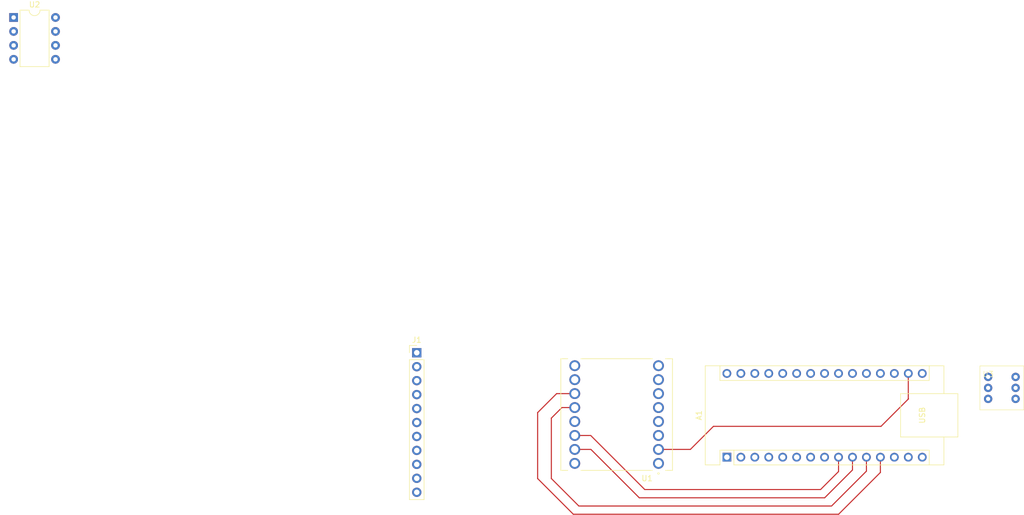
<source format=kicad_pcb>
(kicad_pcb (version 20240108) (generator "pcbnew") (generator_version "8.0")
  (layers (0 "F.Cu" signal) (31 "B.Cu" signal) (34 "B.Paste" user) (35 "F.Paste" user) (36 "B.SilkS" user "B.Silkscreen") (37 "F.SilkS" user "F.Silkscreen") (38 "B.Mask" user) (39 "F.Mask" user) (44 "Edge.Cuts" user))
  (net 0 "")
  (net 1 "Net-(A1-D8)")
  (net 3 "GND")
  (net 4 "/A1")
  (net 6 "Net-(A1-D6)")
  (net 7 "/A5")
  (net 8 "Net-(A1-D9)")
  (net 11 "/3.3V")
  (net 12 "Net-(A1-D7)")
  (net 16 "Net-(A1-D5)")
  (net 17 "/A7")
  (net 19 "/A6")
  (net 20 "/A3")
  (net 24 "/A0")
  (net 25 "/A2")
  (net 30 "/D2")
  (net 34 "Net-(A1-D3)")
  (net 35 "/A4")
  (footprint "Connector_PinHeader_2.54mm:PinHeader_1x11_P2.54mm_Vertical" (layer "F.Cu") (at 74.5 62.6)
    (property "Reference" "J1" (at 0 -2.33 0) (layer "F.SilkS"))
    (property "Value" "Conn_01x11")
    (fp_line (start -1.33 -1.33) (end 0 -1.33) (stroke (width 0.12)) (layer "F.SilkS"))
    (fp_line (start -1.33 0) (end -1.33 -1.33) (stroke (width 0.12)) (layer "F.SilkS"))
    (fp_line (start -1.33 1.27) (end -1.33 26.73) (stroke (width 0.12)) (layer "F.SilkS"))
    (fp_line (start -1.33 1.27) (end 1.33 1.27) (stroke (width 0.12)) (layer "F.SilkS"))
    (fp_line (start -1.33 26.73) (end 1.33 26.73) (stroke (width 0.12)) (layer "F.SilkS"))
    (fp_line (start 1.33 1.27) (end 1.33 26.73) (stroke (width 0.12)) (layer "F.SilkS"))
    (pad "1" thru_hole rect (at 0 0) (size 1.7 1.7) (drill 1) (layers "*.Cu" "*.Mask") (net 24 "/A0"))
    (pad "2" thru_hole oval (at 0 2.54) (size 1.7 1.7) (drill 1) (layers "*.Cu" "*.Mask") (net 4 "/A1"))
    (pad "3" thru_hole oval (at 0 5.08) (size 1.7 1.7) (drill 1) (layers "*.Cu" "*.Mask") (net 25 "/A2"))
    (pad "4" thru_hole oval (at 0 7.62) (size 1.7 1.7) (drill 1) (layers "*.Cu" "*.Mask") (net 20 "/A3"))
    (pad "5" thru_hole oval (at 0 10.16) (size 1.7 1.7) (drill 1) (layers "*.Cu" "*.Mask") (net 35 "/A4"))
    (pad "6" thru_hole oval (at 0 12.7) (size 1.7 1.7) (drill 1) (layers "*.Cu" "*.Mask") (net 7 "/A5"))
    (pad "7" thru_hole oval (at 0 15.24) (size 1.7 1.7) (drill 1) (layers "*.Cu" "*.Mask") (net 19 "/A6"))
    (pad "8" thru_hole oval (at 0 17.78) (size 1.7 1.7) (drill 1) (layers "*.Cu" "*.Mask") (net 17 "/A7"))
    (pad "9" thru_hole oval (at 0 20.32) (size 1.7 1.7) (drill 1) (layers "*.Cu" "*.Mask") (net 30 "/D2"))
    (pad "10" thru_hole oval (at 0 22.86) (size 1.7 1.7) (drill 1) (layers "*.Cu" "*.Mask") (net 11 "/3.3V"))
    (pad "11" thru_hole oval (at 0 25.4) (size 1.7 1.7) (drill 1) (layers "*.Cu" "*.Mask") (net 3 "GND"))
  )
  (footprint "Module:Arduino_Nano" (layer "F.Cu") (at 130.95 81.61 90)
    (property "Reference" "A1" (at 7.62 -5.08 90) (layer "F.SilkS"))
    (property "Value" "Arduino_Nano_Every")
    (fp_line (start 16.64 -3.94) (end -1.4 -3.94) (stroke (width 0.12)) (layer "F.SilkS"))
    (fp_line (start -1.4 -3.94) (end -1.4 -1.27) (stroke (width 0.12)) (layer "F.SilkS"))
    (fp_line (start 13.97 -1.27) (end 16.64 -1.27) (stroke (width 0.12)) (layer "F.SilkS"))
    (fp_line (start 13.97 -1.27) (end 13.97 36.83) (stroke (width 0.12)) (layer "F.SilkS"))
    (fp_line (start 1.27 -1.27) (end -1.4 -1.27) (stroke (width 0.12)) (layer "F.SilkS"))
    (fp_line (start 1.27 1.27) (end 1.27 -1.27) (stroke (width 0.12)) (layer "F.SilkS"))
    (fp_line (start 1.27 1.27) (end -1.4 1.27) (stroke (width 0.12)) (layer "F.SilkS"))
    (fp_line (start 1.27 1.27) (end 1.27 36.83) (stroke (width 0.12)) (layer "F.SilkS"))
    (fp_line (start -1.4 1.27) (end -1.4 39.5) (stroke (width 0.12)) (layer "F.SilkS"))
    (fp_line (start 11.56 31.62) (end 11.56 42.04) (stroke (width 0.12)) (layer "F.SilkS"))
    (fp_line (start 3.68 31.62) (end 11.56 31.62) (stroke (width 0.12)) (layer "F.SilkS"))
    (fp_line (start 13.97 36.83) (end 16.64 36.83) (stroke (width 0.12)) (layer "F.SilkS"))
    (fp_line (start 1.27 36.83) (end -1.4 36.83) (stroke (width 0.12)) (layer "F.SilkS"))
    (fp_line (start 16.64 39.5) (end 16.64 -3.94) (stroke (width 0.12)) (layer "F.SilkS"))
    (fp_line (start 16.64 39.5) (end 11.56 39.5) (stroke (width 0.12)) (layer "F.SilkS"))
    (fp_line (start -1.4 39.5) (end 3.68 39.5) (stroke (width 0.12)) (layer "F.SilkS"))
    (fp_line (start 11.56 42.04) (end 3.68 42.04) (stroke (width 0.12)) (layer "F.SilkS"))
    (fp_line (start 3.68 42.04) (end 3.68 31.62) (stroke (width 0.12)) (layer "F.SilkS"))
    (fp_text user "USB" (at 7.62 35.56 90) (layer "F.SilkS"))
    (pad "1" thru_hole rect (at 0 0 90) (size 1.6 1.6) (drill 1) (layers "*.Cu" "*.Mask"))
    (pad "2" thru_hole oval (at 0 2.54 90) (size 1.6 1.6) (drill 1) (layers "*.Cu" "*.Mask"))
    (pad "3" thru_hole oval (at 0 5.08 90) (size 1.6 1.6) (drill 1) (layers "*.Cu" "*.Mask"))
    (pad "4" thru_hole oval (at 0 7.62 90) (size 1.6 1.6) (drill 1) (layers "*.Cu" "*.Mask") (net 3 "GND"))
    (pad "5" thru_hole oval (at 0 10.16 90) (size 1.6 1.6) (drill 1) (layers "*.Cu" "*.Mask") (net 30 "/D2"))
    (pad "6" thru_hole oval (at 0 12.7 90) (size 1.6 1.6) (drill 1) (layers "*.Cu" "*.Mask") (net 34 "Net-(A1-D3)"))
    (pad "7" thru_hole oval (at 0 15.24 90) (size 1.6 1.6) (drill 1) (layers "*.Cu" "*.Mask"))
    (pad "8" thru_hole oval (at 0 17.78 90) (size 1.6 1.6) (drill 1) (layers "*.Cu" "*.Mask") (net 16 "Net-(A1-D5)"))
    (pad "9" thru_hole oval (at 0 20.32 90) (size 1.6 1.6) (drill 1) (layers "*.Cu" "*.Mask") (net 6 "Net-(A1-D6)"))
    (pad "10" thru_hole oval (at 0 22.86 90) (size 1.6 1.6) (drill 1) (layers "*.Cu" "*.Mask") (net 12 "Net-(A1-D7)"))
    (pad "11" thru_hole oval (at 0 25.4 90) (size 1.6 1.6) (drill 1) (layers "*.Cu" "*.Mask") (net 1 "Net-(A1-D8)"))
    (pad "12" thru_hole oval (at 0 27.94 90) (size 1.6 1.6) (drill 1) (layers "*.Cu" "*.Mask") (net 8 "Net-(A1-D9)"))
    (pad "13" thru_hole oval (at 0 30.48 90) (size 1.6 1.6) (drill 1) (layers "*.Cu" "*.Mask"))
    (pad "14" thru_hole oval (at 0 33.02 90) (size 1.6 1.6) (drill 1) (layers "*.Cu" "*.Mask"))
    (pad "15" thru_hole oval (at 0 35.56 90) (size 1.6 1.6) (drill 1) (layers "*.Cu" "*.Mask"))
    (pad "16" thru_hole oval (at 15.24 35.56 90) (size 1.6 1.6) (drill 1) (layers "*.Cu" "*.Mask"))
    (pad "17" thru_hole oval (at 15.24 33.02 90) (size 1.6 1.6) (drill 1) (layers "*.Cu" "*.Mask") (net 11 "/3.3V"))
    (pad "18" thru_hole oval (at 15.24 30.48 90) (size 1.6 1.6) (drill 1) (layers "*.Cu" "*.Mask"))
    (pad "19" thru_hole oval (at 15.24 27.94 90) (size 1.6 1.6) (drill 1) (layers "*.Cu" "*.Mask") (net 24 "/A0"))
    (pad "20" thru_hole oval (at 15.24 25.4 90) (size 1.6 1.6) (drill 1) (layers "*.Cu" "*.Mask") (net 4 "/A1"))
    (pad "21" thru_hole oval (at 15.24 22.86 90) (size 1.6 1.6) (drill 1) (layers "*.Cu" "*.Mask") (net 25 "/A2"))
    (pad "22" thru_hole oval (at 15.24 20.32 90) (size 1.6 1.6) (drill 1) (layers "*.Cu" "*.Mask") (net 20 "/A3"))
    (pad "23" thru_hole oval (at 15.24 17.78 90) (size 1.6 1.6) (drill 1) (layers "*.Cu" "*.Mask") (net 35 "/A4"))
    (pad "24" thru_hole oval (at 15.24 15.24 90) (size 1.6 1.6) (drill 1) (layers "*.Cu" "*.Mask") (net 7 "/A5"))
    (pad "25" thru_hole oval (at 15.24 12.7 90) (size 1.6 1.6) (drill 1) (layers "*.Cu" "*.Mask") (net 19 "/A6"))
    (pad "26" thru_hole oval (at 15.24 10.16 90) (size 1.6 1.6) (drill 1) (layers "*.Cu" "*.Mask") (net 17 "/A7"))
    (pad "27" thru_hole oval (at 15.24 7.62 90) (size 1.6 1.6) (drill 1) (layers "*.Cu" "*.Mask"))
    (pad "28" thru_hole oval (at 15.24 5.08 90) (size 1.6 1.6) (drill 1) (layers "*.Cu" "*.Mask"))
    (pad "29" thru_hole oval (at 15.24 2.54 90) (size 1.6 1.6) (drill 1) (layers "*.Cu" "*.Mask") (net 3 "GND"))
    (pad "30" thru_hole oval (at 15.24 0 90) (size 1.6 1.6) (drill 1) (layers "*.Cu" "*.Mask"))
  )
  (footprint "Package_DIP:DIP-8_W7.62mm" (layer "F.Cu") (at 1.125 1.575)
    (property "Reference" "U2" (at 3.81 -2.33 0) (layer "F.SilkS"))
    (property "Value" "LM2574HVN-3.3")
    (fp_line (start 1.16 -1.33) (end 1.16 8.95) (stroke (width 0.12)) (layer "F.SilkS"))
    (fp_line (start 1.16 8.95) (end 6.46 8.95) (stroke (width 0.12)) (layer "F.SilkS"))
    (fp_line (start 2.81 -1.33) (end 1.16 -1.33) (stroke (width 0.12)) (layer "F.SilkS"))
    (fp_line (start 6.46 -1.33) (end 4.81 -1.33) (stroke (width 0.12)) (layer "F.SilkS"))
    (fp_line (start 6.46 8.95) (end 6.46 -1.33) (stroke (width 0.12)) (layer "F.SilkS"))
    (fp_arc (start 4.81 -1.33) (mid 3.81 -0.33) (end 2.81 -1.33) (stroke (width 0.12)) (layer "F.SilkS"))
    (pad "1" thru_hole rect (at 0 0) (size 1.6 1.6) (drill 0.8) (layers "*.Cu" "*.Mask"))
    (pad "2" thru_hole oval (at 0 2.54) (size 1.6 1.6) (drill 0.8) (layers "*.Cu" "*.Mask"))
    (pad "3" thru_hole oval (at 0 5.08) (size 1.6 1.6) (drill 0.8) (layers "*.Cu" "*.Mask"))
    (pad "4" thru_hole oval (at 0 7.62) (size 1.6 1.6) (drill 0.8) (layers "*.Cu" "*.Mask"))
    (pad "5" thru_hole oval (at 7.62 7.62) (size 1.6 1.6) (drill 0.8) (layers "*.Cu" "*.Mask"))
    (pad "6" thru_hole oval (at 7.62 5.08) (size 1.6 1.6) (drill 0.8) (layers "*.Cu" "*.Mask"))
    (pad "7" thru_hole oval (at 7.62 2.54) (size 1.6 1.6) (drill 0.8) (layers "*.Cu" "*.Mask"))
    (pad "8" thru_hole oval (at 7.62 0) (size 1.6 1.6) (drill 0.8) (layers "*.Cu" "*.Mask"))
  )
  (footprint "dpdt_switch_:switches_latching" (layer "F.Cu") (at 178.5 67)
    (property "Reference" "U3" (at 0 -0.5 0) (layer "F.SilkS") (effects (font (thickness 0.1))))
    (property "Value" "~")
    (fp_rect (start -1.5 -2) (end 6.5 6) (stroke (width 0.1)) (fill none) (layer "F.SilkS"))
    (pad "1" thru_hole circle (at 5 0) (size 1.524 1.524) (drill 0.762) (layers "*.Cu" "*.Mask"))
    (pad "2" thru_hole circle (at 5 2) (size 1.524 1.524) (drill 0.762) (layers "*.Cu" "*.Mask"))
    (pad "3" thru_hole circle (at 5 4) (size 1.524 1.524) (drill 0.762) (layers "*.Cu" "*.Mask"))
    (pad "4" thru_hole circle (at 0 0) (size 1.524 1.524) (drill 0.762) (layers "*.Cu" "*.Mask"))
    (pad "5" thru_hole circle (at 0 2) (size 1.524 1.524) (drill 0.762) (layers "*.Cu" "*.Mask"))
    (pad "6" thru_hole circle (at 0 4) (size 1.524 1.524) (drill 0.762) (layers "*.Cu" "*.Mask"))
  )
  (footprint "Library:MODULE_ROB-14450" (layer "F.Cu") (at 110.88 73.85 180)
    (property "Reference" "U1" (at -5.5332 -11.6132 0) (layer "F.SilkS"))
    (property "Value" "ROB-14450")
    (fp_line (start 10.16 10.16) (end 10.16 -10.16) (stroke (width 0.127)) (layer "F.SilkS"))
    (fp_line (start 8.89 10.16) (end 10.16 10.16) (stroke (width 0.127)) (layer "F.SilkS"))
    (fp_line (start 8.89 -10.16) (end 10.16 -10.16) (stroke (width 0.127)) (layer "F.SilkS"))
    (fp_line (start -6.5 10.16) (end 6.5 10.16) (stroke (width 0.127)) (layer "F.SilkS"))
    (fp_line (start -6.5 -10.16) (end 6.5 -10.16) (stroke (width 0.127)) (layer "F.SilkS"))
    (fp_line (start -8.89 10.16) (end -10.16 10.16) (stroke (width 0.127)) (layer "F.SilkS"))
    (fp_line (start -8.89 -10.16) (end -10.16 -10.16) (stroke (width 0.127)) (layer "F.SilkS"))
    (fp_line (start -10.16 -10.16) (end -10.16 10.16) (stroke (width 0.127)) (layer "F.SilkS"))
    (fp_circle (center -7.62 -10.7282) (end -7.52 -10.7282) (stroke (width 0.2)) (fill none) (layer "F.SilkS"))
    (pad "1" thru_hole circle (at -7.62 -8.89 180) (size 1.98 1.98) (drill 1.32) (layers "*.Cu" "*.Mask"))
    (pad "2" thru_hole circle (at -7.62 -6.35 180) (size 1.98 1.98) (drill 1.32) (layers "*.Cu" "*.Mask") (net 11 "/3.3V"))
    (pad "3" thru_hole circle (at -7.62 -3.81 180) (size 1.98 1.98) (drill 1.32) (layers "*.Cu" "*.Mask") (net 3 "GND"))
    (pad "4" thru_hole circle (at -7.62 -1.27 180) (size 1.98 1.98) (drill 1.32) (layers "*.Cu" "*.Mask"))
    (pad "5" thru_hole circle (at -7.62 1.27 180) (size 1.98 1.98) (drill 1.32) (layers "*.Cu" "*.Mask"))
    (pad "6" thru_hole circle (at -7.62 3.81 180) (size 1.98 1.98) (drill 1.32) (layers "*.Cu" "*.Mask"))
    (pad "7" thru_hole circle (at -7.62 6.35 180) (size 1.98 1.98) (drill 1.32) (layers "*.Cu" "*.Mask"))
    (pad "8" thru_hole circle (at -7.62 8.89 180) (size 1.98 1.98) (drill 1.32) (layers "*.Cu" "*.Mask") (net 3 "GND"))
    (pad "9" thru_hole circle (at 7.62 8.89 180) (size 1.98 1.98) (drill 1.32) (layers "*.Cu" "*.Mask") (net 3 "GND"))
    (pad "10" thru_hole circle (at 7.62 6.35 180) (size 1.98 1.98) (drill 1.32) (layers "*.Cu" "*.Mask") (net 16 "Net-(A1-D5)"))
    (pad "11" thru_hole circle (at 7.62 3.81 180) (size 1.98 1.98) (drill 1.32) (layers "*.Cu" "*.Mask") (net 8 "Net-(A1-D9)"))
    (pad "12" thru_hole circle (at 7.62 1.27 180) (size 1.98 1.98) (drill 1.32) (layers "*.Cu" "*.Mask") (net 1 "Net-(A1-D8)"))
    (pad "13" thru_hole circle (at 7.62 -1.27 180) (size 1.98 1.98) (drill 1.32) (layers "*.Cu" "*.Mask"))
    (pad "14" thru_hole circle (at 7.62 -3.81 180) (size 1.98 1.98) (drill 1.32) (layers "*.Cu" "*.Mask") (net 6 "Net-(A1-D6)"))
    (pad "15" thru_hole circle (at 7.62 -6.35 180) (size 1.98 1.98) (drill 1.32) (layers "*.Cu" "*.Mask") (net 12 "Net-(A1-D7)"))
    (pad "16" thru_hole circle (at 7.62 -8.89 180) (size 1.98 1.98) (drill 1.32) (layers "*.Cu" "*.Mask") (net 34 "Net-(A1-D3)"))
  )
  (segment (start 99 74.5) (end 99 85.5) (width 0.2) (layer "F.Cu") (net 1))
  (segment (start 104 90.5) (end 150 90.5) (width 0.2) (layer "F.Cu") (net 1))
  (segment (start 99 85.5) (end 104 90.5) (width 0.2) (layer "F.Cu") (net 1))
  (segment (start 150 90.5) (end 156.35 84.15) (width 0.2) (layer "F.Cu") (net 1))
  (segment (start 100.92 72.58) (end 99 74.5) (width 0.2) (layer "F.Cu") (net 1))
  (segment (start 156.35 84.15) (end 156.35 81.61) (width 0.2) (layer "F.Cu") (net 1))
  (segment (start 103.26 72.58) (end 100.92 72.58) (width 0.2) (layer "F.Cu") (net 1))
  (segment (start 116 87.5) (end 148 87.5) (width 0.2) (layer "F.Cu") (net 6))
  (segment (start 151.27 84.23) (end 151.27 81.61) (width 0.2) (layer "F.Cu") (net 6))
  (segment (start 148 87.5) (end 151.27 84.23) (width 0.2) (layer "F.Cu") (net 6))
  (segment (start 106.16 77.66) (end 116 87.5) (width 0.2) (layer "F.Cu") (net 6))
  (segment (start 103.26 77.66) (end 106.16 77.66) (width 0.2) (layer "F.Cu") (net 6))
  (segment (start 103.26 70.04) (end 99.96 70.04) (width 0.2) (layer "F.Cu") (net 8))
  (segment (start 96.5 73.5) (end 96.5 85.5) (width 0.2) (layer "F.Cu") (net 8))
  (segment (start 99.96 70.04) (end 96.5 73.5) (width 0.2) (layer "F.Cu") (net 8))
  (segment (start 96.5 85.5) (end 103 92) (width 0.2) (layer "F.Cu") (net 8))
  (segment (start 103 92) (end 151.28 92) (width 0.2) (layer "F.Cu") (net 8))
  (segment (start 158.89 84.39) (end 158.89 81.61) (width 0.2) (layer "F.Cu") (net 8))
  (segment (start 151.28 92) (end 158.89 84.39) (width 0.2) (layer "F.Cu") (net 8))
  (segment (start 163.97 70.97) (end 163.97 66.37) (width 0.2) (layer "F.Cu") (net 11))
  (segment (start 118.5 80.2) (end 124.3 80.2) (width 0.2) (layer "F.Cu") (net 11))
  (segment (start 164 71) (end 163.97 70.97) (width 0.2) (layer "F.Cu") (net 11))
  (segment (start 159 76) (end 164 71) (width 0.2) (layer "F.Cu") (net 11))
  (segment (start 128.5 76) (end 159 76) (width 0.2) (layer "F.Cu") (net 11))
  (segment (start 124.3 80.2) (end 128.5 76) (width 0.2) (layer "F.Cu") (net 11))
  (segment (start 115 89) (end 148.75 89) (width 0.2) (layer "F.Cu") (net 12))
  (segment (start 106.2 80.2) (end 115 89) (width 0.2) (layer "F.Cu") (net 12))
  (segment (start 103.26 80.2) (end 106.2 80.2) (width 0.2) (layer "F.Cu") (net 12))
  (segment (start 153.81 83.94) (end 153.81 81.61) (width 0.2) (layer "F.Cu") (net 12))
  (segment (start 148.75 89) (end 153.81 83.94) (width 0.2) (layer "F.Cu") (net 12))
)
</source>
